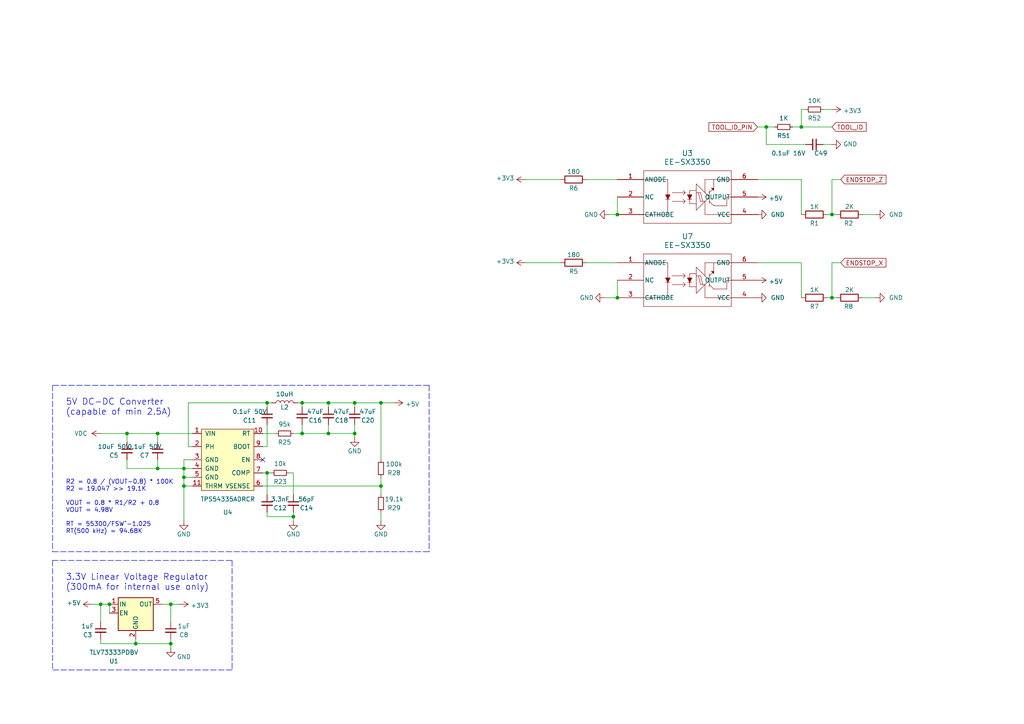
<source format=kicad_sch>
(kicad_sch (version 20231120) (generator "eeschema") (generator_version "8.0")
  (paper "A4")
  (title_block (title "Power Management & Control") (date "2021-10-17") (rev "0.0") (company "VORTAC DESIGN") (comment 1 "!! wip untested revesion !!") (comment 2 "Designed to be used with Klipper Firmware") (comment 3 "Canbus Networked Smart Tool Board") (comment 4 "-- VORTAC PCB --"))
  (lib_symbols
    (symbol "Device:C_Small" (pin_numbers hide) (pin_names (offset 0.254) hide)
      (property "Reference" "C" (at 0.254 1.778 0))
      (property "Value" "C_Small" (at 0.254 -2.032 0))
      (symbol "C_Small_0_1"
        (polyline (pts (xy -1.524 -0.508) (xy 1.524 -0.508)) (stroke (width 0.3302)))
        (polyline (pts (xy -1.524 0.508) (xy 1.524 0.508)) (stroke (width 0.3048)))
      )
      (symbol "C_Small_1_1"
        (pin passive line (at 0 2.54 270) (length 2.032) (name "~") (number "1"))
        (pin passive line (at 0 -2.54 90) (length 2.032) (name "~") (number "2"))
      )
    )
    (symbol "Device:L" (pin_numbers hide) (pin_names (offset 1.016) hide)
      (property "Reference" "L" (at -1.27 0 90))
      (property "Value" "L" (at 1.905 0 90))
      (symbol "L_0_1"
        (arc (start 0 -2.54) (mid 0.6323 -1.905) (end 0 -1.27))
        (arc (start 0 -1.27) (mid 0.6323 -0.635) (end 0 0))
        (arc (start 0 0) (mid 0.6323 0.635) (end 0 1.27))
        (arc (start 0 1.27) (mid 0.6323 1.905) (end 0 2.54))
      )
      (symbol "L_1_1"
        (pin passive line (at 0 3.81 270) (length 1.27) (name "1") (number "1"))
        (pin passive line (at 0 -3.81 90) (length 1.27) (name "2") (number "2"))
      )
    )
    (symbol "Device:R" (pin_numbers hide) (pin_names (offset 0))
      (property "Reference" "R" (at 2.032 0 90))
      (property "Value" "R" (at 0 0 90))
      (symbol "R_0_1"
        (rectangle (start -1.016 -2.54) (end 1.016 2.54) (stroke (width 0.254)))
      )
      (symbol "R_1_1"
        (pin passive line (at 0 3.81 270) (length 1.27) (name "~") (number "1"))
        (pin passive line (at 0 -3.81 90) (length 1.27) (name "~") (number "2"))
      )
    )
    (symbol "Device:R_Small" (pin_numbers hide) (pin_names (offset 0.254) hide)
      (property "Reference" "R" (at 0.762 0.508 0))
      (property "Value" "R_Small" (at 0.762 -1.016 0))
      (symbol "R_Small_0_1"
        (rectangle (start -0.762 1.778) (end 0.762 -1.778) (stroke (width 0.2032)))
      )
      (symbol "R_Small_1_1"
        (pin passive line (at 0 2.54 270) (length 0.762) (name "~") (number "1"))
        (pin passive line (at 0 -2.54 90) (length 0.762) (name "~") (number "2"))
      )
    )
    (symbol "Regulator_Linear:TLV73333PDBV" (pin_names (offset 0.254))
      (property "Reference" "U" (at -3.81 5.715 0))
      (property "Value" "TLV73333PDBV" (at 0 5.715 0))
      (symbol "TLV73333PDBV_0_1"
        (rectangle (start -5.08 4.445) (end 5.08 -5.08) (stroke (width 0.254)) (fill (type background)))
      )
      (symbol "TLV73333PDBV_1_1"
        (pin power_in line (at -7.62 2.54 0) (length 2.54) (name "IN") (number "1"))
        (pin power_in line (at 0 -7.62 90) (length 2.54) (name "GND") (number "2"))
        (pin input line (at -7.62 0 0) (length 2.54) (name "EN") (number "3"))
        (pin no_connect line (at 5.08 0 180) (length 2.54) hide (name "NC") (number "4"))
        (pin power_out line (at 7.62 2.54 180) (length 2.54) (name "OUT") (number "5"))
      )
    )
    (symbol "ToolChanger:TPS54335ADRCR" (pin_names (offset 1.016))
      (property "Reference" "U" (at -3.81 12.7 0))
      (property "Value" "TPS54335ADRCR" (at 0 10.16 0))
      (symbol "TPS54335ADRCR_0_1"
        (rectangle (start -7.62 8.89) (end 7.62 -8.89) (fill (type background)))
      )
      (symbol "TPS54335ADRCR_1_1"
        (pin input line (at -10.16 7.62 0) (length 2.54) (name "VIN") (number "1"))
        (pin input line (at 10.16 7.62 180) (length 2.54) (name "RT") (number "10"))
        (pin input line (at -10.16 -7.62 0) (length 2.54) (name "THRM") (number "11"))
        (pin output line (at -10.16 3.81 0) (length 2.54) (name "PH") (number "2"))
        (pin input line (at -10.16 0 0) (length 2.54) (name "GND") (number "3"))
        (pin input line (at -10.16 -2.54 0) (length 2.54) (name "GND") (number "4"))
        (pin input line (at -10.16 -5.08 0) (length 2.54) (name "GND") (number "5"))
        (pin input line (at 10.16 -7.62 180) (length 2.54) (name "VSENSE") (number "6"))
        (pin input line (at 10.16 -3.81 180) (length 2.54) (name "COMP") (number "7"))
        (pin input line (at 10.16 0 180) (length 2.54) (name "EN") (number "8"))
        (pin input line (at 10.16 3.81 180) (length 2.54) (name "BOOT") (number "9"))
      )
    )
    (symbol "VORTAC-rescue:+3.3V-power" (power) (pin_names (offset 0))
      (property "Value" "power_+3.3V" (at 0 3.556 0))
      (symbol "+3.3V-power_0_1"
        (polyline (pts (xy -0.762 1.27) (xy 0 2.54)))
        (polyline (pts (xy 0 0) (xy 0 2.54)))
        (polyline (pts (xy 0 2.54) (xy 0.762 1.27)))
      )
      (symbol "+3.3V-power_1_1"
        (pin power_in line (at 0 0 90) (length 0) hide (name "+3V3") (number "1"))
      )
    )
    (symbol "VORTAC-rescue:+5V-power" (power) (pin_names (offset 0))
      (property "Value" "power_+5V" (at 0 3.556 0))
      (symbol "+5V-power_0_1"
        (polyline (pts (xy -0.762 1.27) (xy 0 2.54)))
        (polyline (pts (xy 0 0) (xy 0 2.54)))
        (polyline (pts (xy 0 2.54) (xy 0.762 1.27)))
      )
      (symbol "+5V-power_1_1"
        (pin power_in line (at 0 0 90) (length 0) hide (name "+5V") (number "1"))
      )
    )
    (symbol "VORTAC-rescue:GND-power" (power) (pin_names (offset 0))
      (property "Value" "power_GND" (at 0 -3.81 0))
      (symbol "GND-power_0_1"
        (polyline (pts (xy 0 0) (xy 0 -1.27) (xy 1.27 -1.27) (xy 0 -2.54) (xy -1.27 -1.27) (xy 0 -1.27)))
      )
      (symbol "GND-power_1_1"
        (pin power_in line (at 0 0 270) (length 0) hide (name "GND") (number "1"))
      )
    )
    (symbol "VORTAC-rescue:VDC-power" (power) (pin_names (offset 0))
      (property "Value" "power_VDC" (at 0 6.35 0))
      (symbol "VDC-power_0_1"
        (polyline (pts (xy -0.762 1.27) (xy 0 2.54)))
        (polyline (pts (xy 0 0) (xy 0 2.54)))
        (polyline (pts (xy 0 2.54) (xy 0.762 1.27)))
      )
      (symbol "VDC-power_1_1"
        (pin power_in line (at 0 0 90) (length 0) hide (name "VDC") (number "1"))
      )
    )
    (symbol "VORTAC_REV1-rescue:EE-SX3350" (pin_names (offset 0.254))
      (property "Reference" "U" (at 20.32 7.62 0))
      (property "Value" "EE-SX3350" (at 20.32 5.08 0))
      (symbol "EE-SX3350_0_1"
        (polyline (pts (xy 7.62 -12.7) (xy 33.02 -12.7)) (stroke (width 0.127)))
        (polyline (pts (xy 7.62 -10.16) (xy 14.605 -10.16)) (stroke (width 0.127)))
        (polyline (pts (xy 7.62 0) (xy 14.605 0)) (stroke (width 0.127)))
        (polyline (pts (xy 7.62 2.54) (xy 7.62 -12.7)) (stroke (width 0.127)))
        (polyline (pts (xy 13.97 -5.715) (xy 15.24 -5.715)) (stroke (width 0.127)))
        (polyline (pts (xy 13.97 -4.445) (xy 14.605 -5.715)) (stroke (width 0.127)))
        (polyline (pts (xy 14.605 -5.715) (xy 14.605 -10.16)) (stroke (width 0.127)))
        (polyline (pts (xy 14.605 -5.715) (xy 15.24 -4.445)) (stroke (width 0.127)))
        (polyline (pts (xy 14.605 0) (xy 14.605 -4.445)) (stroke (width 0.127)))
        (polyline (pts (xy 15.24 -4.445) (xy 13.97 -4.445)) (stroke (width 0.127)))
        (polyline (pts (xy 15.875 -6.35) (xy 19.685 -6.35)) (stroke (width 0.127)))
        (polyline (pts (xy 15.875 -3.81) (xy 19.685 -3.81)) (stroke (width 0.127)))
        (polyline (pts (xy 19.685 -6.35) (xy 19.05 -6.985)) (stroke (width 0.127)))
        (polyline (pts (xy 19.685 -6.35) (xy 19.05 -5.715)) (stroke (width 0.127)))
        (polyline (pts (xy 19.685 -3.81) (xy 19.05 -4.445)) (stroke (width 0.127)))
        (polyline (pts (xy 19.685 -3.81) (xy 19.05 -3.175)) (stroke (width 0.127)))
        (polyline (pts (xy 20.32 -5.715) (xy 21.59 -5.715)) (stroke (width 0.127)))
        (polyline (pts (xy 20.32 -4.445) (xy 21.59 -4.445)) (stroke (width 0.127)))
        (polyline (pts (xy 20.955 -5.715) (xy 20.32 -4.445)) (stroke (width 0.127)))
        (polyline (pts (xy 20.955 -5.715) (xy 20.955 -6.985)) (stroke (width 0.127)))
        (polyline (pts (xy 20.955 -4.445) (xy 20.955 -3.175)) (stroke (width 0.127)))
        (polyline (pts (xy 21.59 -4.445) (xy 20.955 -5.715)) (stroke (width 0.127)))
        (polyline (pts (xy 22.86 -8.89) (xy 22.86 -1.27)) (stroke (width 0.127)))
        (polyline (pts (xy 22.86 -6.985) (xy 20.955 -6.985)) (stroke (width 0.127)))
        (polyline (pts (xy 22.86 -3.81) (xy 24.13 -3.81)) (stroke (width 0.127)))
        (polyline (pts (xy 22.86 -3.175) (xy 20.955 -3.175)) (stroke (width 0.127)))
        (polyline (pts (xy 24.13 -6.35) (xy 23.495 -3.81)) (stroke (width 0.127)))
        (polyline (pts (xy 24.765 -6.35) (xy 24.13 -3.81)) (stroke (width 0.127)))
        (polyline (pts (xy 25.4 -10.16) (xy 33.02 -10.16)) (stroke (width 0.127)))
        (polyline (pts (xy 25.4 -6.35) (xy 24.13 -6.35)) (stroke (width 0.127)))
        (polyline (pts (xy 25.4 -6.35) (xy 25.4 -10.16)) (stroke (width 0.127)))
        (polyline (pts (xy 25.4 -3.81) (xy 25.4 0)) (stroke (width 0.127)))
        (polyline (pts (xy 25.4 0) (xy 33.02 0)) (stroke (width 0.127)))
        (polyline (pts (xy 26.67 -6.35) (xy 26.67 -6.985)) (stroke (width 0.127)))
        (polyline (pts (xy 26.67 -6.35) (xy 27.94 -7.62)) (stroke (width 0.127)))
        (polyline (pts (xy 26.67 -5.08) (xy 22.86 -8.89)) (stroke (width 0.127)))
        (polyline (pts (xy 26.67 -5.08) (xy 22.86 -1.27)) (stroke (width 0.127)))
        (polyline (pts (xy 26.67 -3.81) (xy 26.67 -6.35)) (stroke (width 0.127)))
        (polyline (pts (xy 26.67 -3.81) (xy 26.67 -3.175)) (stroke (width 0.127)))
        (polyline (pts (xy 26.67 -3.81) (xy 27.94 -2.54)) (stroke (width 0.127)))
        (polyline (pts (xy 27.305 -2.54) (xy 27.94 -3.175)) (stroke (width 0.127)))
        (polyline (pts (xy 27.94 -7.62) (xy 31.75 -7.62)) (stroke (width 0.127)))
        (polyline (pts (xy 27.94 -3.175) (xy 27.94 -2.54)) (stroke (width 0.127)))
        (polyline (pts (xy 27.94 -2.54) (xy 27.305 -2.54)) (stroke (width 0.127)))
        (polyline (pts (xy 27.94 -2.54) (xy 27.94 0)) (stroke (width 0.127)))
        (polyline (pts (xy 31.75 -7.62) (xy 31.75 -5.08)) (stroke (width 0.127)))
        (polyline (pts (xy 33.02 -12.7) (xy 33.02 2.54)) (stroke (width 0.127)))
        (polyline (pts (xy 33.02 -5.08) (xy 31.75 -5.08)) (stroke (width 0.127)))
        (polyline (pts (xy 33.02 2.54) (xy 7.62 2.54)) (stroke (width 0.127)))
        (polyline (pts (xy 13.97 -4.445) (xy 15.24 -4.445) (xy 14.605 -5.715)) (fill (type outline)))
        (polyline (pts (xy 20.32 -4.445) (xy 21.59 -4.445) (xy 20.955 -5.715)) (fill (type outline)))
        (polyline (pts (xy 27.305 -2.54) (xy 27.94 -2.54) (xy 27.94 -3.175)) (fill (type outline)))
        (pin unspecified line (at 0 0 0) (length 7.62) (name "ANODE") (number "1"))
        (pin unspecified line (at 0 -5.08 0) (length 7.62) (name "NC") (number "2"))
        (pin unspecified line (at 0 -10.16 0) (length 7.62) (name "CATHODE") (number "3"))
        (pin unspecified line (at 40.64 -10.16 180) (length 7.62) (name "VCC") (number "4"))
        (pin unspecified line (at 40.64 -5.08 180) (length 7.62) (name "OUTPUT") (number "5"))
        (pin unspecified line (at 40.64 0 180) (length 7.62) (name "GND") (number "6"))
      )
    )
    (symbol "power:GND" (power) (pin_numbers hide) (pin_names (offset 0) hide)
      (property "Value" "GND" (at 0 -3.81 0))
      (symbol "GND_0_1"
        (polyline (pts (xy 0 0) (xy 0 -1.27) (xy 1.27 -1.27) (xy 0 -2.54) (xy -1.27 -1.27) (xy 0 -1.27)))
      )
      (symbol "GND_1_1"
        (pin power_in line (at 0 0 270) (length 0) (name "~") (number "1"))
      )
    )
  )
  (junction (at 85.09 149.86))
  (junction (at 53.34 138.43))
  (junction (at 31.75 175.26))
  (junction (at 110.49 140.97))
  (junction (at 49.53 186.69))
  (junction (at 53.34 135.89))
  (junction (at 179.07 86.36))
  (junction (at 87.63 116.84))
  (junction (at 102.87 125.73))
  (junction (at 95.25 125.73))
  (junction (at 222.25 36.83))
  (junction (at 87.63 125.73))
  (junction (at 29.21 175.26))
  (junction (at 110.49 116.84))
  (junction (at 49.53 175.26))
  (junction (at 39.37 186.69))
  (junction (at 36.83 125.73))
  (junction (at 45.72 125.73))
  (junction (at 102.87 116.84))
  (junction (at 77.47 116.84))
  (junction (at 232.41 36.83))
  (junction (at 45.72 135.89))
  (junction (at 77.47 137.16))
  (junction (at 241.3 62.23))
  (junction (at 179.07 62.23))
  (junction (at 241.3 86.36))
  (junction (at 53.34 140.97))
  (junction (at 95.25 116.84))
  (no_connect (at 76.2 133.35))
  (wire (pts (xy 179.07 57.15) (xy 179.07 62.23)))
  (wire (pts (xy 241.3 76.2) (xy 243.84 76.2)))
  (wire (pts (xy 29.21 186.69) (xy 39.37 186.69)))
  (wire (pts (xy 45.72 128.27) (xy 45.72 125.73)))
  (wire (pts (xy 110.49 143.51) (xy 110.49 140.97)))
  (wire (pts (xy 29.21 185.42) (xy 29.21 186.69)))
  (wire (pts (xy 222.25 36.83) (xy 219.71 36.83)))
  (wire (pts (xy 53.34 140.97) (xy 53.34 138.43)))
  (wire (pts (xy 232.41 52.07) (xy 232.41 62.23)))
  (wire (pts (xy 95.25 125.73) (xy 95.25 123.19)))
  (wire (pts (xy 152.4 76.2) (xy 162.56 76.2)))
  (wire (pts (xy 36.83 128.27) (xy 36.83 125.73)))
  (wire (pts (xy 55.88 138.43) (xy 53.34 138.43)))
  (wire (pts (xy 77.47 116.84) (xy 78.74 116.84)))
  (wire (pts (xy 170.18 76.2) (xy 179.07 76.2)))
  (wire (pts (xy 85.09 137.16) (xy 85.09 143.51)))
  (wire (pts (xy 110.49 151.13) (xy 110.49 148.59)))
  (wire (pts (xy 55.88 140.97) (xy 53.34 140.97)))
  (wire (pts (xy 110.49 116.84) (xy 110.49 133.35)))
  (wire (pts (xy 36.83 135.89) (xy 45.72 135.89)))
  (wire (pts (xy 77.47 148.59) (xy 77.47 149.86)))
  (wire (pts (xy 49.53 186.69) (xy 49.53 185.42)))
  (polyline (pts (xy 15.24 160.02) (xy 124.46 160.02)) (stroke (width 0) (type dash)))
  (wire (pts (xy 54.61 129.54) (xy 55.88 129.54)))
  (wire (pts (xy 102.87 123.19) (xy 102.87 125.73)))
  (wire (pts (xy 76.2 129.54) (xy 77.47 129.54)))
  (wire (pts (xy 45.72 133.35) (xy 45.72 135.89)))
  (wire (pts (xy 232.41 31.75) (xy 232.41 36.83)))
  (wire (pts (xy 238.76 31.75) (xy 241.3 31.75)))
  (wire (pts (xy 95.25 116.84) (xy 102.87 116.84)))
  (wire (pts (xy 39.37 186.69) (xy 49.53 186.69)))
  (wire (pts (xy 53.34 133.35) (xy 55.88 133.35)))
  (wire (pts (xy 222.25 41.91) (xy 233.68 41.91)))
  (wire (pts (xy 241.3 76.2) (xy 241.3 86.36)))
  (wire (pts (xy 29.21 125.73) (xy 36.83 125.73)))
  (wire (pts (xy 240.03 62.23) (xy 241.3 62.23)))
  (wire (pts (xy 45.72 135.89) (xy 53.34 135.89)))
  (wire (pts (xy 222.25 36.83) (xy 222.25 41.91)))
  (wire (pts (xy 250.19 86.36) (xy 254 86.36)))
  (wire (pts (xy 170.18 52.07) (xy 179.07 52.07)))
  (wire (pts (xy 36.83 133.35) (xy 36.83 135.89)))
  (wire (pts (xy 36.83 125.73) (xy 45.72 125.73)))
  (wire (pts (xy 229.87 36.83) (xy 232.41 36.83)))
  (polyline (pts (xy 67.31 194.31) (xy 15.24 194.31)) (stroke (width 0) (type dash)))
  (wire (pts (xy 54.61 129.54) (xy 54.61 116.84)))
  (wire (pts (xy 219.71 52.07) (xy 232.41 52.07)))
  (wire (pts (xy 250.19 62.23) (xy 254 62.23)))
  (wire (pts (xy 83.82 137.16) (xy 85.09 137.16)))
  (wire (pts (xy 232.41 76.2) (xy 232.41 86.36)))
  (wire (pts (xy 45.72 125.73) (xy 55.88 125.73)))
  (wire (pts (xy 241.3 52.07) (xy 243.84 52.07)))
  (wire (pts (xy 26.67 175.26) (xy 29.21 175.26)))
  (wire (pts (xy 176.53 62.23) (xy 179.07 62.23)))
  (wire (pts (xy 77.47 118.11) (xy 77.47 116.84)))
  (wire (pts (xy 86.36 116.84) (xy 87.63 116.84)))
  (polyline (pts (xy 124.46 111.76) (xy 124.46 160.02)) (stroke (width 0) (type dash)))
  (wire (pts (xy 110.49 140.97) (xy 110.49 138.43)))
  (polyline (pts (xy 15.24 162.56) (xy 67.31 162.56)) (stroke (width 0) (type dash)))
  (wire (pts (xy 49.53 186.69) (xy 49.53 187.96)))
  (wire (pts (xy 76.2 137.16) (xy 77.47 137.16)))
  (wire (pts (xy 53.34 135.89) (xy 53.34 133.35)))
  (wire (pts (xy 219.71 76.2) (xy 232.41 76.2)))
  (wire (pts (xy 102.87 127) (xy 102.87 125.73)))
  (wire (pts (xy 53.34 138.43) (xy 53.34 135.89)))
  (wire (pts (xy 102.87 116.84) (xy 110.49 116.84)))
  (wire (pts (xy 87.63 116.84) (xy 95.25 116.84)))
  (wire (pts (xy 240.03 86.36) (xy 241.3 86.36)))
  (wire (pts (xy 238.76 41.91) (xy 241.3 41.91)))
  (polyline (pts (xy 67.31 162.56) (xy 67.31 194.31)) (stroke (width 0) (type dash)))
  (wire (pts (xy 85.09 151.13) (xy 85.09 149.86)))
  (wire (pts (xy 55.88 135.89) (xy 53.34 135.89)))
  (wire (pts (xy 87.63 125.73) (xy 95.25 125.73)))
  (wire (pts (xy 53.34 140.97) (xy 53.34 151.13)))
  (wire (pts (xy 85.09 148.59) (xy 85.09 149.86)))
  (wire (pts (xy 76.2 125.73) (xy 80.01 125.73)))
  (wire (pts (xy 241.3 52.07) (xy 241.3 62.23)))
  (wire (pts (xy 76.2 140.97) (xy 110.49 140.97)))
  (wire (pts (xy 49.53 175.26) (xy 52.07 175.26)))
  (wire (pts (xy 29.21 175.26) (xy 31.75 175.26)))
  (wire (pts (xy 39.37 186.69) (xy 39.37 185.42)))
  (wire (pts (xy 95.25 118.11) (xy 95.25 116.84)))
  (wire (pts (xy 233.68 31.75) (xy 232.41 31.75)))
  (wire (pts (xy 77.47 137.16) (xy 78.74 137.16)))
  (wire (pts (xy 102.87 125.73) (xy 95.25 125.73)))
  (wire (pts (xy 152.4 52.07) (xy 162.56 52.07)))
  (wire (pts (xy 222.25 36.83) (xy 224.79 36.83)))
  (wire (pts (xy 87.63 118.11) (xy 87.63 116.84)))
  (wire (pts (xy 175.26 86.36) (xy 179.07 86.36)))
  (wire (pts (xy 77.47 149.86) (xy 85.09 149.86)))
  (wire (pts (xy 49.53 175.26) (xy 49.53 180.34)))
  (wire (pts (xy 179.07 81.28) (xy 179.07 86.36)))
  (wire (pts (xy 31.75 177.8) (xy 31.75 175.26)))
  (polyline (pts (xy 124.46 111.76) (xy 15.24 111.76)) (stroke (width 0) (type dash)))
  (wire (pts (xy 110.49 116.84) (xy 114.3 116.84)))
  (wire (pts (xy 232.41 36.83) (xy 241.3 36.83)))
  (wire (pts (xy 46.99 175.26) (xy 49.53 175.26)))
  (wire (pts (xy 241.3 86.36) (xy 242.57 86.36)))
  (wire (pts (xy 241.3 62.23) (xy 242.57 62.23)))
  (polyline (pts (xy 15.24 162.56) (xy 15.24 194.31)) (stroke (width 0) (type dash)))
  (wire (pts (xy 77.47 129.54) (xy 77.47 123.19)))
  (wire (pts (xy 85.09 125.73) (xy 87.63 125.73)))
  (wire (pts (xy 87.63 123.19) (xy 87.63 125.73)))
  (wire (pts (xy 102.87 118.11) (xy 102.87 116.84)))
  (polyline (pts (xy 15.24 111.76) (xy 15.24 160.02)) (stroke (width 0) (type dash)))
  (wire (pts (xy 77.47 116.84) (xy 54.61 116.84)))
  (wire (pts (xy 77.47 137.16) (xy 77.47 143.51)))
  (wire (pts (xy 29.21 175.26) (xy 29.21 180.34)))
  (text "R2 = 0.8 / (VOUT-0.8) * 100K\nR2 = 19.047 >> 19.1K\n\nVOUT = 0.8 * R1/R2 + 0.8\nVOUT = 4.98V\n\nRT = 55300/FSW^-1.025\nRT(500 kHz) = 94.68K" (at 19.05 154.94 0) (effects (font (size 1.27 1.27)) (justify left bottom)))
  (text "5V DC-DC Converter\n(capable of min 2.5A)" (at 19.05 120.65 0) (effects (font (size 1.8034 1.8034)) (justify left bottom)))
  (text "3.3V Linear Voltage Regulator\n(300mA for internal use only)" (at 19.05 171.45 0) (effects (font (size 1.8034 1.8034)) (justify left bottom)))
  (global_label "TOOL_ID_PIN" (shape input) (at 219.71 36.83 180) (property "Intersheetrefs" "${INTERSHEET_REFS}" (effects (hide yes))))
  (global_label "ENDSTOP_Z" (shape input) (at 243.84 52.07 0) (property "Intersheetrefs" "${INTERSHEET_REFS}" (effects (hide yes))))
  (global_label "ENDSTOP_X" (shape input) (at 243.84 76.2 0) (property "Intersheetrefs" "${INTERSHEET_REFS}" (effects (hide yes))))
  (global_label "TOOL_ID" (shape input) (at 241.3 36.83 0) (property "Intersheetrefs" "${INTERSHEET_REFS}" (effects (hide yes))))
  (symbol (lib_id "Device:R_Small") (at 227.33 36.83 270) (unit 1)
    (property "Reference" "R51" (at 227.33 39.37 90))
    (property "Value" "1K" (at 227.33 34.29 90))
    (property "Footprint" "Resistor_SMD:R_0402_1005Metric" (effects (hide yes)))
    (property "Description" "Resistor, small symbol" (effects (hide yes)))
  )
  (symbol (lib_id "Device:R_Small") (at 236.22 31.75 270) (unit 1)
    (property "Reference" "R52" (at 236.22 34.29 90))
    (property "Value" "10K" (at 236.22 29.21 90))
    (property "Footprint" "Resistor_SMD:R_0402_1005Metric" (effects (hide yes)))
    (property "Description" "Resistor, small symbol" (effects (hide yes)))
  )
  (symbol (lib_id "VORTAC-rescue:+3.3V-power") (at 241.3 31.75 270) (unit 1)
    (property "Reference" "#PWR0172" (effects (hide yes)))
    (property "Value" "+3V3" (at 244.5512 32.131 90) (effects (justify left)))
  )
  (symbol (lib_id "Device:C_Small") (at 236.22 41.91 270) (unit 1)
    (property "Reference" "C49" (at 240.03 44.45 90) (effects (justify right)))
    (property "Value" "0.1uF 16V" (at 233.68 44.45 90) (effects (justify right)))
    (property "Footprint" "Capacitor_SMD:C_0402_1005Metric" (effects (hide yes)))
    (property "Description" "Unpolarized capacitor, small symbol" (effects (hide yes)))
    (property "LCSC" "C1525" (effects (hide yes)))
  )
  (symbol (lib_id "VORTAC-rescue:GND-power") (at 241.3 41.91 90) (unit 1)
    (property "Reference" "#PWR0173" (effects (hide yes)))
    (property "Value" "GND" (at 244.5512 41.783 90) (effects (justify right)))
  )
  (symbol (lib_id "VORTAC-rescue:VDC-power") (at 29.21 125.73 90) (unit 1)
    (property "Reference" "#PWR0143" (effects (hide yes)))
    (property "Value" "VDC" (at 25.4 125.73 90) (effects (justify left)))
  )
  (symbol (lib_id "VORTAC-rescue:+5V-power") (at 26.67 175.26 90) (unit 1)
    (property "Reference" "#PWR0144" (effects (hide yes)))
    (property "Value" "+5V" (at 23.4188 174.879 90) (effects (justify left)))
  )
  (symbol (lib_id "VORTAC-rescue:+3.3V-power") (at 52.07 175.26 270) (unit 1)
    (property "Reference" "#PWR0145" (effects (hide yes)))
    (property "Value" "+3V3" (at 55.3212 175.641 90) (effects (justify left)))
  )
  (symbol (lib_id "VORTAC-rescue:+5V-power") (at 114.3 116.84 270) (unit 1)
    (property "Reference" "#PWR0146" (effects (hide yes)))
    (property "Value" "+5V" (at 117.5512 117.221 90) (effects (justify left)))
  )
  (symbol (lib_id "Device:R_Small") (at 82.55 125.73 270) (unit 1)
    (property "Reference" "R25" (at 82.55 128.27 90))
    (property "Value" "95k" (at 82.55 123.063 90))
    (property "Footprint" "Resistor_SMD:R_0402_1005Metric" (effects (hide yes)))
    (property "Description" "Resistor, small symbol" (effects (hide yes)))
  )
  (symbol (lib_id "Device:C_Small") (at 77.47 120.65 0) (unit 1)
    (property "Reference" "C11" (at 72.39 121.92 0))
    (property "Value" "0.1uF 50V" (at 72.39 119.38 0))
    (property "Footprint" "Capacitor_SMD:C_0603_1608Metric" (effects (hide yes)))
    (property "Description" "Unpolarized capacitor, small symbol" (effects (hide yes)))
    (property "LCSC" "C1591" (effects (hide yes)))
  )
  (symbol (lib_id "VORTAC-rescue:GND-power") (at 53.34 151.13 0) (unit 1)
    (property "Reference" "#PWR0103" (effects (hide yes)))
    (property "Value" "GND" (at 53.34 154.94 0))
  )
  (symbol (lib_id "Device:L") (at 82.55 116.84 90) (unit 1)
    (property "Reference" "L2" (at 82.55 118.11 90))
    (property "Value" "10uH" (at 82.55 114.3 90))
    (property "Footprint" "ToolChanger:L_Sunlord_MWSA0518_5.4x5.2mm" (effects (hide yes)))
    (property "Description" "Inductor" (effects (hide yes)))
    (property "LCSC" "C408412" (effects (hide yes)))
    (property "LCSC ALT" "C436530" (effects (hide yes)))
  )
  (symbol (lib_id "Device:C_Small") (at 87.63 120.65 0) (unit 1)
    (property "Reference" "C16" (at 91.44 121.92 0))
    (property "Value" "47uF" (at 91.44 119.38 0))
    (property "Footprint" "Capacitor_SMD:C_0805_2012Metric" (effects (hide yes)))
    (property "Description" "Unpolarized capacitor, small symbol" (effects (hide yes)))
    (property "LCSC" "C466799" (effects (hide yes)))
  )
  (symbol (lib_id "Device:C_Small") (at 95.25 120.65 0) (unit 1)
    (property "Reference" "C18" (at 99.06 121.92 0))
    (property "Value" "47uF" (at 99.06 119.38 0))
    (property "Footprint" "Capacitor_SMD:C_0805_2012Metric" (effects (hide yes)))
    (property "Description" "Unpolarized capacitor, small symbol" (effects (hide yes)))
    (property "LCSC" "C466799" (effects (hide yes)))
  )
  (symbol (lib_id "VORTAC-rescue:GND-power") (at 110.49 151.13 0) (unit 1)
    (property "Reference" "#PWR0104" (effects (hide yes)))
    (property "Value" "GND" (at 110.49 154.94 0))
  )
  (symbol (lib_id "VORTAC-rescue:GND-power") (at 102.87 127 0) (unit 1)
    (property "Reference" "#PWR0105" (effects (hide yes)))
    (property "Value" "GND" (at 102.87 130.81 0))
  )
  (symbol (lib_id "Device:R_Small") (at 81.28 137.16 270) (unit 1)
    (property "Reference" "R23" (at 81.28 139.7 90))
    (property "Value" "10k" (at 81.28 134.493 90))
    (property "Footprint" "Resistor_SMD:R_0402_1005Metric" (effects (hide yes)))
    (property "Description" "Resistor, small symbol" (effects (hide yes)))
  )
  (symbol (lib_id "Device:C_Small") (at 77.47 146.05 0) (unit 1)
    (property "Reference" "C12" (at 81.28 147.32 0))
    (property "Value" "3.3nF" (at 81.28 144.78 0))
    (property "Footprint" "Capacitor_SMD:C_0603_1608Metric" (effects (hide yes)))
    (property "Description" "Unpolarized capacitor, small symbol" (effects (hide yes)))
    (property "LCSC" "C152910" (effects (hide yes)))
  )
  (symbol (lib_id "Device:C_Small") (at 85.09 146.05 0) (unit 1)
    (property "Reference" "C14" (at 88.9 147.32 0))
    (property "Value" "56pF" (at 88.9 144.78 0))
    (property "Footprint" "Capacitor_SMD:C_0603_1608Metric" (effects (hide yes)))
    (property "Description" "Unpolarized capacitor, small symbol" (effects (hide yes)))
    (property "LCSC" "C431816" (effects (hide yes)))
  )
  (symbol (lib_id "Device:R_Small") (at 110.49 135.89 0) (unit 1)
    (property "Reference" "R28" (at 114.3 137.16 0))
    (property "Value" "100k" (at 114.3 134.62 0))
    (property "Footprint" "Resistor_SMD:R_0402_1005Metric" (effects (hide yes)))
    (property "Description" "Resistor, small symbol" (effects (hide yes)))
  )
  (symbol (lib_id "VORTAC-rescue:GND-power") (at 85.09 151.13 0) (unit 1)
    (property "Reference" "#PWR0106" (effects (hide yes)))
    (property "Value" "GND" (at 85.09 154.94 0))
  )
  (symbol (lib_id "Device:R_Small") (at 110.49 146.05 0) (unit 1)
    (property "Reference" "R29" (at 114.3 147.32 0))
    (property "Value" "19.1k" (at 114.3 144.78 0))
    (property "Footprint" "Resistor_SMD:R_0402_1005Metric" (effects (hide yes)))
    (property "Description" "Resistor, small symbol" (effects (hide yes)))
  )
  (symbol (lib_id "ToolChanger:TPS54335ADRCR") (at 66.04 133.35 0) (unit 1)
    (property "Reference" "U4" (at 66.04 148.59 0))
    (property "Value" "TPS54335ADRCR" (at 66.04 144.78 0))
    (property "Footprint" "ToolChanger:VSON-10-1EP_3x3mm_P0.5mm_EP1.65x2.4mm_ThermalVias" (effects (hide yes)))
    (property "Datasheet" "https://www.lcsc.com/product-detail/DC-DC-Converters_Texas-Instruments-TPS54335ADRCR_C473400.html" (effects (hide yes)))
    (property "LCSC" "C473400" (effects (hide yes)))
  )
  (symbol (lib_id "Device:C_Small") (at 36.83 130.81 0) (unit 1)
    (property "Reference" "C5" (at 33.02 132.08 0))
    (property "Value" "10uF 50V" (at 33.02 129.54 0))
    (property "Footprint" "Capacitor_SMD:C_1206_3216Metric" (effects (hide yes)))
    (property "Description" "Unpolarized capacitor, small symbol" (effects (hide yes)))
    (property "LCSC" "C89632" (effects (hide yes)))
  )
  (symbol (lib_id "Device:C_Small") (at 45.72 130.81 0) (unit 1)
    (property "Reference" "C7" (at 41.91 132.08 0))
    (property "Value" "0.1uF 50V" (at 41.91 129.54 0))
    (property "Footprint" "Capacitor_SMD:C_0603_1608Metric" (effects (hide yes)))
    (property "Description" "Unpolarized capacitor, small symbol" (effects (hide yes)))
    (property "LCSC" "C1591" (effects (hide yes)))
  )
  (symbol (lib_id "Device:C_Small") (at 102.87 120.65 0) (unit 1)
    (property "Reference" "C20" (at 106.68 121.92 0))
    (property "Value" "47uF" (at 106.68 119.38 0))
    (property "Footprint" "Capacitor_SMD:C_0805_2012Metric" (effects (hide yes)))
    (property "Description" "Unpolarized capacitor, small symbol" (effects (hide yes)))
    (property "LCSC" "C466799" (effects (hide yes)))
  )
  (symbol (lib_id "Regulator_Linear:TLV73333PDBV") (at 39.37 177.8 0) (unit 1)
    (property "Reference" "U1" (at 33.02 191.77 0))
    (property "Value" "TLV73333PDBV" (at 33.02 189.23 0))
    (property "Footprint" "Package_TO_SOT_SMD:SOT-23-5" (effects (hide yes)))
    (property "Datasheet" "http://www.ti.com/lit/ds/symlink/tlv733p.pdf" (effects (hide yes)))
    (property "Description" "300mA Capacitor-Free Low Dropout Voltage Regulator, Fixed Output 3.3V, SOT-23-5" (effects (hide yes)))
    (property "LCSC" "C408972" (effects (hide yes)))
  )
  (symbol (lib_id "Device:C_Small") (at 49.53 182.88 0) (unit 1)
    (property "Reference" "C8" (at 53.34 184.15 0))
    (property "Value" "1uF" (at 53.34 181.61 0))
    (property "Footprint" "Capacitor_SMD:C_0603_1608Metric" (effects (hide yes)))
    (property "Description" "Unpolarized capacitor, small symbol" (effects (hide yes)))
  )
  (symbol (lib_id "Device:C_Small") (at 29.21 182.88 0) (unit 1)
    (property "Reference" "C3" (at 25.4 184.15 0))
    (property "Value" "1uF" (at 25.4 181.61 0))
    (property "Footprint" "Capacitor_SMD:C_0603_1608Metric" (effects (hide yes)))
    (property "Description" "Unpolarized capacitor, small symbol" (effects (hide yes)))
  )
  (symbol (lib_id "VORTAC-rescue:GND-power") (at 49.53 187.96 0) (unit 1)
    (property "Reference" "#PWR0109" (effects (hide yes)))
    (property "Value" "GND" (at 53.34 190.5 0))
  )
  (symbol (lib_id "power:GND") (at 254 62.23 90) (unit 1)
    (property "Reference" "#PWR04" (effects (hide yes)))
    (property "Value" "GND" (at 257.81 62.2299 90) (effects (justify right)))
    (property "Description" "Power symbol creates a global label with name \"GND\" , ground" (effects (hide yes)))
  )
  (symbol (lib_id "VORTAC-rescue:+3.3V-power") (at 152.4 76.2 90) (unit 1)
    (property "Reference" "#PWR03" (effects (hide yes)))
    (property "Value" "+3V3" (at 149.1488 75.819 90) (effects (justify left)))
  )
  (symbol (lib_id "VORTAC-rescue:+5V-power") (at 219.71 57.15 270) (unit 1)
    (property "Reference" "#PWR02" (effects (hide yes)))
    (property "Value" "+5V" (at 222.9612 57.531 90) (effects (justify left)))
  )
  (symbol (lib_id "VORTAC-rescue:GND-power") (at 176.53 62.23 270) (unit 1)
    (property "Reference" "#PWR011" (effects (hide yes)))
    (property "Value" "GND" (at 171.45 62.23 90))
  )
  (symbol (lib_id "Device:R") (at 246.38 62.23 90) (unit 1)
    (property "Reference" "R2" (at 246.126 64.77 90))
    (property "Value" "2K" (at 246.38 59.944 90))
    (property "Footprint" "Resistor_SMD:R_0603_1608Metric" (effects (hide yes)))
    (property "Description" "Resistor" (effects (hide yes)))
  )
  (symbol (lib_id "Device:R") (at 166.37 76.2 90) (unit 1)
    (property "Reference" "R5" (at 166.37 78.74 90))
    (property "Value" "180" (at 166.37 73.914 90))
    (property "Footprint" "Resistor_SMD:R_0603_1608Metric" (effects (hide yes)))
    (property "Description" "Resistor" (effects (hide yes)))
  )
  (symbol (lib_id "VORTAC-rescue:GND-power") (at 175.26 86.36 270) (unit 1)
    (property "Reference" "#PWR05" (effects (hide yes)))
    (property "Value" "GND" (at 170.18 86.36 90))
  )
  (symbol (lib_id "power:GND") (at 219.71 86.36 90) (unit 1)
    (property "Reference" "#PWR08" (effects (hide yes)))
    (property "Value" "GND" (at 223.52 86.3599 90) (effects (justify right)))
    (property "Description" "Power symbol creates a global label with name \"GND\" , ground" (effects (hide yes)))
  )
  (symbol (lib_id "VORTAC-rescue:+3.3V-power") (at 152.4 52.07 90) (unit 1)
    (property "Reference" "#PWR06" (effects (hide yes)))
    (property "Value" "+3V3" (at 149.1488 51.689 90) (effects (justify left)))
  )
  (symbol (lib_id "Device:R") (at 236.22 86.36 90) (unit 1)
    (property "Reference" "R7" (at 236.22 88.9 90))
    (property "Value" "1K" (at 236.22 84.074 90))
    (property "Footprint" "Resistor_SMD:R_0603_1608Metric" (effects (hide yes)))
    (property "Description" "Resistor" (effects (hide yes)))
  )
  (symbol (lib_id "Device:R") (at 236.22 62.23 90) (unit 1)
    (property "Reference" "R1" (at 236.22 64.77 90))
    (property "Value" "1K" (at 236.22 59.944 90))
    (property "Footprint" "Resistor_SMD:R_0603_1608Metric" (effects (hide yes)))
    (property "Description" "Resistor" (effects (hide yes)))
  )
  (symbol (lib_id "power:GND") (at 254 86.36 90) (unit 1)
    (property "Reference" "#PWR012" (effects (hide yes)))
    (property "Value" "GND" (at 257.81 86.3599 90) (effects (justify right)))
    (property "Description" "Power symbol creates a global label with name \"GND\" , ground" (effects (hide yes)))
  )
  (symbol (lib_id "VORTAC-rescue:+5V-power") (at 219.71 81.28 270) (unit 1)
    (property "Reference" "#PWR07" (effects (hide yes)))
    (property "Value" "+5V" (at 222.9612 81.661 90) (effects (justify left)))
  )
  (symbol (lib_id "VORTAC_REV1-rescue:EE-SX3350") (at 179.07 76.2 0) (unit 1)
    (property "Reference" "U7" (at 199.39 68.58 0) (effects (font (size 1.524 1.524))))
    (property "Value" "EE-SX3350" (at 199.39 71.12 0) (effects (font (size 1.524 1.524))))
    (property "Footprint" "ToolChanger:SENSOR_EE-SX3350_OMR" (effects (hide yes)))
    (property "Datasheet" "EE-SX3350" (effects (hide yes)))
  )
  (symbol (lib_id "power:GND") (at 219.71 62.23 90) (unit 1)
    (property "Reference" "#PWR010" (effects (hide yes)))
    (property "Value" "GND" (at 223.52 62.2299 90) (effects (justify right)))
    (property "Description" "Power symbol creates a global label with name \"GND\" , ground" (effects (hide yes)))
  )
  (symbol (lib_id "VORTAC_REV1-rescue:EE-SX3350") (at 179.07 52.07 0) (unit 1)
    (property "Reference" "U3" (at 199.39 44.45 0) (effects (font (size 1.524 1.524))))
    (property "Value" "EE-SX3350" (at 199.39 46.99 0) (effects (font (size 1.524 1.524))))
    (property "Footprint" "ToolChanger:SENSOR_EE-SX3350_OMR" (effects (hide yes)))
    (property "Datasheet" "EE-SX3350" (effects (hide yes)))
  )
  (symbol (lib_id "Device:R") (at 166.37 52.07 90) (unit 1)
    (property "Reference" "R6" (at 166.37 54.61 90))
    (property "Value" "180" (at 166.37 49.784 90))
    (property "Footprint" "Resistor_SMD:R_0603_1608Metric" (effects (hide yes)))
    (property "Description" "Resistor" (effects (hide yes)))
  )
  (symbol (lib_id "Device:R") (at 246.38 86.36 90) (unit 1)
    (property "Reference" "R8" (at 246.126 88.9 90))
    (property "Value" "2K" (at 246.38 84.074 90))
    (property "Footprint" "Resistor_SMD:R_0603_1608Metric" (effects (hide yes)))
    (property "Description" "Resistor" (effects (hide yes)))
  )
)
</source>
